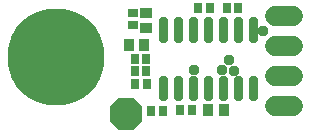
<source format=gbr>
G04 EAGLE Gerber RS-274X export*
G75*
%MOMM*%
%FSLAX34Y34*%
%LPD*%
%INSoldermask Top*%
%IPPOS*%
%AMOC8*
5,1,8,0,0,1.08239X$1,22.5*%
G01*
%ADD10C,0.506016*%
%ADD11R,0.803200X0.903200*%
%ADD12R,0.903200X0.803200*%
%ADD13R,0.903200X1.103200*%
%ADD14R,1.103200X0.903200*%
%ADD15C,1.727200*%
%ADD16P,2.982959X8X112.500000*%
%ADD17C,8.203200*%
%ADD18C,0.959600*%


D10*
X230086Y237586D02*
X230086Y220914D01*
X227114Y220914D01*
X227114Y237586D01*
X230086Y237586D01*
X230086Y225721D02*
X227114Y225721D01*
X227114Y230528D02*
X230086Y230528D01*
X230086Y235335D02*
X227114Y235335D01*
X242786Y237586D02*
X242786Y220914D01*
X239814Y220914D01*
X239814Y237586D01*
X242786Y237586D01*
X242786Y225721D02*
X239814Y225721D01*
X239814Y230528D02*
X242786Y230528D01*
X242786Y235335D02*
X239814Y235335D01*
X255486Y237586D02*
X255486Y220914D01*
X252514Y220914D01*
X252514Y237586D01*
X255486Y237586D01*
X255486Y225721D02*
X252514Y225721D01*
X252514Y230528D02*
X255486Y230528D01*
X255486Y235335D02*
X252514Y235335D01*
X268186Y237586D02*
X268186Y220914D01*
X265214Y220914D01*
X265214Y237586D01*
X268186Y237586D01*
X268186Y225721D02*
X265214Y225721D01*
X265214Y230528D02*
X268186Y230528D01*
X268186Y235335D02*
X265214Y235335D01*
X280886Y237586D02*
X280886Y220914D01*
X277914Y220914D01*
X277914Y237586D01*
X280886Y237586D01*
X280886Y225721D02*
X277914Y225721D01*
X277914Y230528D02*
X280886Y230528D01*
X280886Y235335D02*
X277914Y235335D01*
X293586Y237586D02*
X293586Y220914D01*
X290614Y220914D01*
X290614Y237586D01*
X293586Y237586D01*
X293586Y225721D02*
X290614Y225721D01*
X290614Y230528D02*
X293586Y230528D01*
X293586Y235335D02*
X290614Y235335D01*
X306286Y237586D02*
X306286Y220914D01*
X303314Y220914D01*
X303314Y237586D01*
X306286Y237586D01*
X306286Y225721D02*
X303314Y225721D01*
X303314Y230528D02*
X306286Y230528D01*
X306286Y235335D02*
X303314Y235335D01*
X306286Y270414D02*
X306286Y287086D01*
X306286Y270414D02*
X303314Y270414D01*
X303314Y287086D01*
X306286Y287086D01*
X306286Y275221D02*
X303314Y275221D01*
X303314Y280028D02*
X306286Y280028D01*
X306286Y284835D02*
X303314Y284835D01*
X293586Y287086D02*
X293586Y270414D01*
X290614Y270414D01*
X290614Y287086D01*
X293586Y287086D01*
X293586Y275221D02*
X290614Y275221D01*
X290614Y280028D02*
X293586Y280028D01*
X293586Y284835D02*
X290614Y284835D01*
X280886Y287086D02*
X280886Y270414D01*
X277914Y270414D01*
X277914Y287086D01*
X280886Y287086D01*
X280886Y275221D02*
X277914Y275221D01*
X277914Y280028D02*
X280886Y280028D01*
X280886Y284835D02*
X277914Y284835D01*
X268186Y287086D02*
X268186Y270414D01*
X265214Y270414D01*
X265214Y287086D01*
X268186Y287086D01*
X268186Y275221D02*
X265214Y275221D01*
X265214Y280028D02*
X268186Y280028D01*
X268186Y284835D02*
X265214Y284835D01*
X255486Y287086D02*
X255486Y270414D01*
X252514Y270414D01*
X252514Y287086D01*
X255486Y287086D01*
X255486Y275221D02*
X252514Y275221D01*
X252514Y280028D02*
X255486Y280028D01*
X255486Y284835D02*
X252514Y284835D01*
X242786Y287086D02*
X242786Y270414D01*
X239814Y270414D01*
X239814Y287086D01*
X242786Y287086D01*
X242786Y275221D02*
X239814Y275221D01*
X239814Y280028D02*
X242786Y280028D01*
X242786Y284835D02*
X239814Y284835D01*
X230086Y287086D02*
X230086Y270414D01*
X227114Y270414D01*
X227114Y287086D01*
X230086Y287086D01*
X230086Y275221D02*
X227114Y275221D01*
X227114Y280028D02*
X230086Y280028D01*
X230086Y284835D02*
X227114Y284835D01*
D11*
X214296Y233426D03*
X204296Y233426D03*
X252650Y210820D03*
X242650Y210820D03*
X228266Y210566D03*
X218266Y210566D03*
X204042Y244094D03*
X214042Y244094D03*
X282020Y297180D03*
X292020Y297180D03*
X257890Y297180D03*
X267890Y297180D03*
X214042Y254508D03*
X204042Y254508D03*
D12*
X202438Y293036D03*
X202438Y283036D03*
D13*
X199240Y265684D03*
X212240Y265684D03*
D14*
X213868Y293520D03*
X213868Y280520D03*
D13*
X279550Y210820D03*
X266550Y210820D03*
D15*
X322580Y290830D02*
X337820Y290830D01*
X337820Y265430D02*
X322580Y265430D01*
X322580Y240030D02*
X337820Y240030D01*
X337820Y214630D02*
X322580Y214630D01*
D16*
X197104Y207518D03*
D17*
X137414Y255524D03*
D18*
X288290Y244122D03*
X313106Y278130D03*
X254000Y245110D03*
X278130Y245110D03*
X283692Y252956D03*
M02*

</source>
